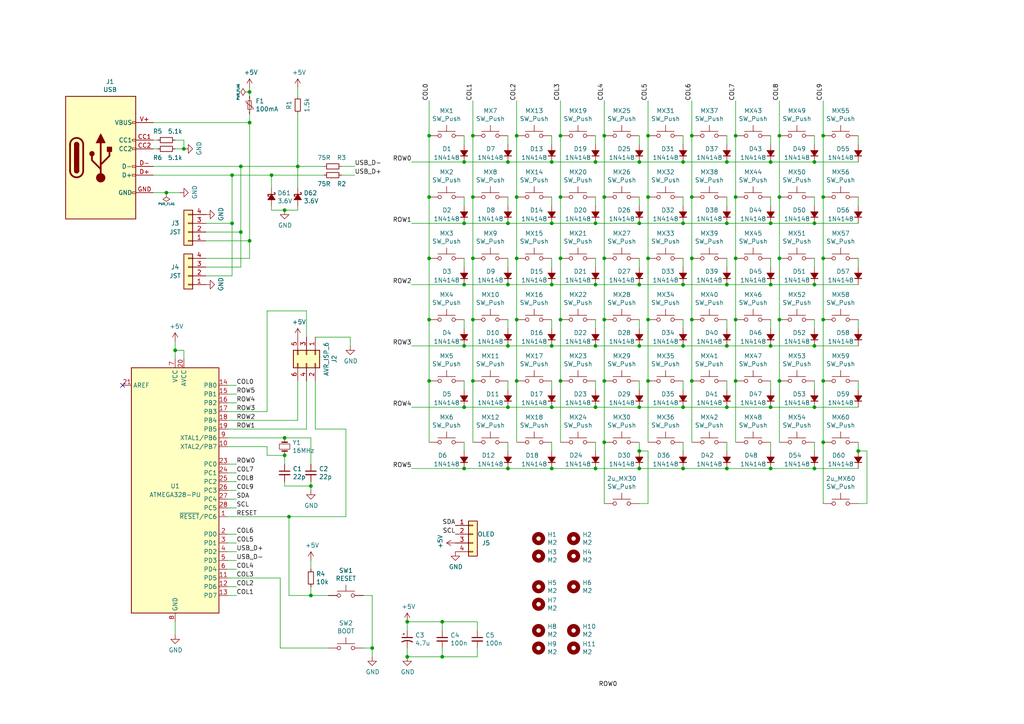
<source format=kicad_sch>
(kicad_sch (version 20211123) (generator eeschema)
  (paper "A4")
  (title_block (title "Lumberjack PCB") (date "2022-02-25") (rev "1.6"))
  (junction (at 185.42 100.33))
  (junction (at 187.96 110.49))
  (junction (at 236.22 135.89))
  (junction (at 185.42 82.55))
  (junction (at 160.02 64.77))
  (junction (at 83.82 149.86))
  (junction (at 213.36 92.71))
  (junction (at 128.27 180.34))
  (junction (at 236.22 118.11))
  (junction (at 147.32 100.33))
  (junction (at 198.12 135.89))
  (junction (at 147.32 82.55))
  (junction (at 210.82 64.77))
  (junction (at 124.46 57.15))
  (junction (at 172.72 46.99))
  (junction (at 134.62 46.99))
  (junction (at 69.85 67.31))
  (junction (at 107.95 187.96))
  (junction (at 53.34 43.18))
  (junction (at 90.17 140.97))
  (junction (at 134.62 135.89))
  (junction (at 149.86 92.71))
  (junction (at 185.42 118.11))
  (junction (at 160.02 46.99))
  (junction (at 226.06 110.49))
  (junction (at 223.52 118.11))
  (junction (at 236.22 64.77))
  (junction (at 210.82 118.11))
  (junction (at 175.26 39.37))
  (junction (at 223.52 135.89))
  (junction (at 124.46 39.37))
  (junction (at 69.85 48.26))
  (junction (at 172.72 100.33))
  (junction (at 200.66 39.37))
  (junction (at 137.16 92.71))
  (junction (at 248.92 130.81))
  (junction (at 82.55 127))
  (junction (at 175.26 57.15))
  (junction (at 137.16 57.15))
  (junction (at 149.86 110.49))
  (junction (at 162.56 74.93))
  (junction (at 124.46 92.71))
  (junction (at 175.26 74.93))
  (junction (at 238.76 128.27))
  (junction (at 175.26 92.71))
  (junction (at 185.42 130.81))
  (junction (at 198.12 46.99))
  (junction (at 200.66 57.15))
  (junction (at 226.06 39.37))
  (junction (at 238.76 92.71))
  (junction (at 185.42 64.77))
  (junction (at 162.56 57.15))
  (junction (at 238.76 110.49))
  (junction (at 118.11 180.34))
  (junction (at 236.22 100.33))
  (junction (at 147.32 118.11))
  (junction (at 236.22 82.55))
  (junction (at 236.22 46.99))
  (junction (at 172.72 82.55))
  (junction (at 223.52 64.77))
  (junction (at 187.96 57.15))
  (junction (at 172.72 64.77))
  (junction (at 238.76 57.15))
  (junction (at 160.02 82.55))
  (junction (at 160.02 135.89))
  (junction (at 124.46 110.49))
  (junction (at 238.76 74.93))
  (junction (at 223.52 100.33))
  (junction (at 162.56 110.49))
  (junction (at 162.56 39.37))
  (junction (at 226.06 74.93))
  (junction (at 200.66 110.49))
  (junction (at 160.02 100.33))
  (junction (at 90.17 172.72))
  (junction (at 210.82 135.89))
  (junction (at 213.36 57.15))
  (junction (at 198.12 82.55))
  (junction (at 226.06 92.71))
  (junction (at 118.11 190.5))
  (junction (at 198.12 64.77))
  (junction (at 187.96 92.71))
  (junction (at 72.39 26.67))
  (junction (at 134.62 118.11))
  (junction (at 124.46 74.93))
  (junction (at 82.55 132.08))
  (junction (at 200.66 74.93))
  (junction (at 172.72 135.89))
  (junction (at 128.27 190.5))
  (junction (at 213.36 39.37))
  (junction (at 137.16 39.37))
  (junction (at 198.12 118.11))
  (junction (at 149.86 57.15))
  (junction (at 48.26 55.88))
  (junction (at 172.72 118.11))
  (junction (at 50.8 101.6))
  (junction (at 198.12 100.33))
  (junction (at 147.32 64.77))
  (junction (at 134.62 100.33))
  (junction (at 185.42 46.99))
  (junction (at 67.31 50.8))
  (junction (at 137.16 74.93))
  (junction (at 149.86 74.93))
  (junction (at 72.39 35.56))
  (junction (at 134.62 82.55))
  (junction (at 187.96 39.37))
  (junction (at 134.62 64.77))
  (junction (at 210.82 82.55))
  (junction (at 185.42 135.89))
  (junction (at 213.36 74.93))
  (junction (at 210.82 100.33))
  (junction (at 162.56 92.71))
  (junction (at 67.31 64.77))
  (junction (at 175.26 110.49))
  (junction (at 175.26 128.27))
  (junction (at 210.82 46.99))
  (junction (at 226.06 57.15))
  (junction (at 213.36 110.49))
  (junction (at 160.02 118.11))
  (junction (at 147.32 135.89))
  (junction (at 147.32 46.99))
  (junction (at 72.39 69.85))
  (junction (at 223.52 82.55))
  (junction (at 149.86 39.37))
  (junction (at 82.55 60.96))
  (junction (at 238.76 39.37))
  (junction (at 187.96 74.93))
  (junction (at 86.36 48.26))
  (junction (at 78.74 50.8))
  (junction (at 137.16 110.49))
  (junction (at 200.66 92.71))
  (junction (at 223.52 46.99))
  (no_connect (at 35.56 111.76))
  (wire (pts (xy 147.32 74.93) (xy 147.32 77.47)))
  (wire (pts (xy 81.28 187.96) (xy 95.25 187.96)))
  (wire (pts (xy 91.44 110.49) (xy 91.44 124.46)))
  (wire (pts (xy 119.38 64.77) (xy 134.62 64.77)))
  (wire (pts (xy 226.06 110.49) (xy 226.06 128.27)))
  (wire (pts (xy 72.39 33.02) (xy 72.39 35.56)))
  (wire (pts (xy 138.43 180.34) (xy 138.43 182.88)))
  (wire (pts (xy 137.16 74.93) (xy 137.16 57.15)))
  (wire (pts (xy 226.06 29.21) (xy 226.06 39.37)))
  (wire (pts (xy 137.16 39.37) (xy 137.16 29.21)))
  (wire (pts (xy 138.43 190.5) (xy 128.27 190.5)))
  (wire (pts (xy 251.46 130.81) (xy 248.92 130.81)))
  (wire (pts (xy 99.06 48.26) (xy 102.87 48.26)))
  (wire (pts (xy 162.56 74.93) (xy 162.56 92.71)))
  (wire (pts (xy 160.02 118.11) (xy 172.72 118.11)))
  (wire (pts (xy 238.76 57.15) (xy 238.76 74.93)))
  (wire (pts (xy 147.32 128.27) (xy 147.32 130.81)))
  (wire (pts (xy 124.46 74.93) (xy 124.46 57.15)))
  (wire (pts (xy 210.82 39.37) (xy 210.82 41.91)))
  (wire (pts (xy 175.26 57.15) (xy 175.26 39.37)))
  (wire (pts (xy 100.33 124.46) (xy 100.33 149.86)))
  (wire (pts (xy 72.39 26.67) (xy 72.39 27.94)))
  (wire (pts (xy 210.82 110.49) (xy 210.82 113.03)))
  (wire (pts (xy 44.45 55.88) (xy 48.26 55.88)))
  (wire (pts (xy 162.56 92.71) (xy 162.56 110.49)))
  (wire (pts (xy 210.82 46.99) (xy 223.52 46.99)))
  (wire (pts (xy 105.41 172.72) (xy 107.95 172.72)))
  (wire (pts (xy 160.02 100.33) (xy 172.72 100.33)))
  (wire (pts (xy 134.62 110.49) (xy 134.62 113.03)))
  (wire (pts (xy 107.95 187.96) (xy 107.95 190.5)))
  (wire (pts (xy 134.62 118.11) (xy 147.32 118.11)))
  (wire (pts (xy 69.85 67.31) (xy 69.85 77.47)))
  (wire (pts (xy 236.22 135.89) (xy 248.92 135.89)))
  (wire (pts (xy 210.82 74.93) (xy 210.82 77.47)))
  (wire (pts (xy 105.41 187.96) (xy 107.95 187.96)))
  (wire (pts (xy 248.92 74.93) (xy 248.92 77.47)))
  (wire (pts (xy 238.76 74.93) (xy 238.76 92.71)))
  (wire (pts (xy 90.17 165.1) (xy 90.17 162.56)))
  (wire (pts (xy 172.72 110.49) (xy 172.72 113.03)))
  (wire (pts (xy 44.45 40.64) (xy 45.72 40.64)))
  (wire (pts (xy 187.96 92.71) (xy 187.96 110.49)))
  (wire (pts (xy 160.02 46.99) (xy 172.72 46.99)))
  (wire (pts (xy 226.06 39.37) (xy 226.06 57.15)))
  (wire (pts (xy 236.22 128.27) (xy 236.22 130.81)))
  (wire (pts (xy 134.62 46.99) (xy 147.32 46.99)))
  (wire (pts (xy 185.42 92.71) (xy 185.42 95.25)))
  (wire (pts (xy 236.22 100.33) (xy 248.92 100.33)))
  (wire (pts (xy 124.46 92.71) (xy 124.46 110.49)))
  (wire (pts (xy 160.02 74.93) (xy 160.02 77.47)))
  (wire (pts (xy 124.46 74.93) (xy 124.46 92.71)))
  (wire (pts (xy 223.52 92.71) (xy 223.52 95.25)))
  (wire (pts (xy 118.11 180.34) (xy 118.11 182.88)))
  (wire (pts (xy 223.52 100.33) (xy 236.22 100.33)))
  (wire (pts (xy 175.26 74.93) (xy 175.26 57.15)))
  (wire (pts (xy 66.04 162.56) (xy 68.58 162.56)))
  (wire (pts (xy 91.44 97.79) (xy 101.6 97.79)))
  (wire (pts (xy 160.02 82.55) (xy 172.72 82.55)))
  (wire (pts (xy 72.39 74.93) (xy 59.69 74.93)))
  (wire (pts (xy 198.12 128.27) (xy 198.12 130.81)))
  (wire (pts (xy 187.96 57.15) (xy 187.96 39.37)))
  (wire (pts (xy 137.16 110.49) (xy 137.16 128.27)))
  (wire (pts (xy 185.42 100.33) (xy 198.12 100.33)))
  (wire (pts (xy 66.04 149.86) (xy 83.82 149.86)))
  (wire (pts (xy 137.16 74.93) (xy 137.16 92.71)))
  (wire (pts (xy 119.38 135.89) (xy 134.62 135.89)))
  (wire (pts (xy 198.12 100.33) (xy 210.82 100.33)))
  (wire (pts (xy 50.8 40.64) (xy 53.34 40.64)))
  (wire (pts (xy 213.36 39.37) (xy 213.36 57.15)))
  (wire (pts (xy 198.12 118.11) (xy 210.82 118.11)))
  (wire (pts (xy 162.56 110.49) (xy 162.56 128.27)))
  (wire (pts (xy 185.42 39.37) (xy 185.42 41.91)))
  (wire (pts (xy 138.43 187.96) (xy 138.43 190.5)))
  (wire (pts (xy 81.28 167.64) (xy 81.28 187.96)))
  (wire (pts (xy 223.52 128.27) (xy 223.52 130.81)))
  (wire (pts (xy 248.92 92.71) (xy 248.92 95.25)))
  (wire (pts (xy 72.39 69.85) (xy 59.69 69.85)))
  (wire (pts (xy 248.92 110.49) (xy 248.92 113.03)))
  (wire (pts (xy 83.82 172.72) (xy 90.17 172.72)))
  (wire (pts (xy 44.45 50.8) (xy 67.31 50.8)))
  (wire (pts (xy 66.04 114.3) (xy 68.58 114.3)))
  (wire (pts (xy 69.85 48.26) (xy 86.36 48.26)))
  (wire (pts (xy 100.33 149.86) (xy 83.82 149.86)))
  (wire (pts (xy 172.72 92.71) (xy 172.72 95.25)))
  (wire (pts (xy 66.04 157.48) (xy 68.58 157.48)))
  (wire (pts (xy 236.22 57.15) (xy 236.22 59.69)))
  (wire (pts (xy 86.36 60.96) (xy 86.36 59.69)))
  (wire (pts (xy 210.82 64.77) (xy 223.52 64.77)))
  (wire (pts (xy 107.95 172.72) (xy 107.95 187.96)))
  (wire (pts (xy 128.27 187.96) (xy 128.27 190.5)))
  (wire (pts (xy 236.22 39.37) (xy 236.22 41.91)))
  (wire (pts (xy 72.39 69.85) (xy 72.39 74.93)))
  (wire (pts (xy 223.52 74.93) (xy 223.52 77.47)))
  (wire (pts (xy 236.22 82.55) (xy 248.92 82.55)))
  (wire (pts (xy 198.12 82.55) (xy 210.82 82.55)))
  (wire (pts (xy 66.04 172.72) (xy 68.58 172.72)))
  (wire (pts (xy 200.66 57.15) (xy 200.66 39.37)))
  (wire (pts (xy 187.96 130.81) (xy 185.42 130.81)))
  (wire (pts (xy 210.82 82.55) (xy 223.52 82.55)))
  (wire (pts (xy 172.72 82.55) (xy 185.42 82.55)))
  (wire (pts (xy 172.72 46.99) (xy 185.42 46.99)))
  (wire (pts (xy 210.82 92.71) (xy 210.82 95.25)))
  (wire (pts (xy 210.82 135.89) (xy 223.52 135.89)))
  (wire (pts (xy 50.8 184.15) (xy 50.8 180.34)))
  (wire (pts (xy 172.72 39.37) (xy 172.72 41.91)))
  (wire (pts (xy 67.31 64.77) (xy 67.31 80.01)))
  (wire (pts (xy 149.86 110.49) (xy 149.86 128.27)))
  (wire (pts (xy 119.38 46.99) (xy 134.62 46.99)))
  (wire (pts (xy 69.85 67.31) (xy 59.69 67.31)))
  (wire (pts (xy 198.12 39.37) (xy 198.12 41.91)))
  (wire (pts (xy 68.58 134.62) (xy 66.04 134.62)))
  (wire (pts (xy 160.02 64.77) (xy 172.72 64.77)))
  (wire (pts (xy 124.46 39.37) (xy 124.46 29.21)))
  (wire (pts (xy 210.82 118.11) (xy 223.52 118.11)))
  (wire (pts (xy 236.22 110.49) (xy 236.22 113.03)))
  (wire (pts (xy 236.22 74.93) (xy 236.22 77.47)))
  (wire (pts (xy 185.42 74.93) (xy 185.42 77.47)))
  (wire (pts (xy 119.38 100.33) (xy 134.62 100.33)))
  (wire (pts (xy 185.42 146.05) (xy 187.96 146.05)))
  (wire (pts (xy 82.55 127) (xy 90.17 127)))
  (wire (pts (xy 53.34 101.6) (xy 53.34 104.14)))
  (wire (pts (xy 86.36 48.26) (xy 86.36 54.61)))
  (wire (pts (xy 53.34 43.18) (xy 50.8 43.18)))
  (wire (pts (xy 78.74 59.69) (xy 78.74 60.96)))
  (wire (pts (xy 185.42 128.27) (xy 185.42 130.81)))
  (wire (pts (xy 147.32 46.99) (xy 160.02 46.99)))
  (wire (pts (xy 77.47 129.54) (xy 77.47 132.08)))
  (wire (pts (xy 66.04 139.7) (xy 68.58 139.7)))
  (wire (pts (xy 223.52 57.15) (xy 223.52 59.69)))
  (wire (pts (xy 251.46 146.05) (xy 251.46 130.81)))
  (wire (pts (xy 66.04 160.02) (xy 68.58 160.02)))
  (wire (pts (xy 66.04 137.16) (xy 68.58 137.16)))
  (wire (pts (xy 147.32 118.11) (xy 160.02 118.11)))
  (wire (pts (xy 223.52 39.37) (xy 223.52 41.91)))
  (wire (pts (xy 185.42 46.99) (xy 198.12 46.99)))
  (wire (pts (xy 160.02 57.15) (xy 160.02 59.69)))
  (wire (pts (xy 213.36 110.49) (xy 213.36 128.27)))
  (wire (pts (xy 175.26 110.49) (xy 175.26 128.27)))
  (wire (pts (xy 78.74 50.8) (xy 78.74 54.61)))
  (wire (pts (xy 149.86 74.93) (xy 149.86 57.15)))
  (wire (pts (xy 172.72 135.89) (xy 185.42 135.89)))
  (wire (pts (xy 134.62 100.33) (xy 147.32 100.33)))
  (wire (pts (xy 238.76 92.71) (xy 238.76 110.49)))
  (wire (pts (xy 128.27 180.34) (xy 138.43 180.34)))
  (wire (pts (xy 198.12 57.15) (xy 198.12 59.69)))
  (wire (pts (xy 213.36 92.71) (xy 213.36 110.49)))
  (wire (pts (xy 223.52 118.11) (xy 236.22 118.11)))
  (wire (pts (xy 88.9 110.49) (xy 88.9 124.46)))
  (wire (pts (xy 134.62 64.77) (xy 147.32 64.77)))
  (wire (pts (xy 67.31 50.8) (xy 78.74 50.8)))
  (wire (pts (xy 66.04 116.84) (xy 68.58 116.84)))
  (wire (pts (xy 147.32 64.77) (xy 160.02 64.77)))
  (wire (pts (xy 187.96 110.49) (xy 187.96 128.27)))
  (wire (pts (xy 119.38 82.55) (xy 134.62 82.55)))
  (wire (pts (xy 69.85 48.26) (xy 69.85 67.31)))
  (wire (pts (xy 160.02 110.49) (xy 160.02 113.03)))
  (wire (pts (xy 160.02 39.37) (xy 160.02 41.91)))
  (wire (pts (xy 66.04 165.1) (xy 68.58 165.1)))
  (wire (pts (xy 185.42 110.49) (xy 185.42 113.03)))
  (wire (pts (xy 172.72 128.27) (xy 172.72 130.81)))
  (wire (pts (xy 198.12 74.93) (xy 198.12 77.47)))
  (wire (pts (xy 90.17 140.97) (xy 90.17 139.7)))
  (wire (pts (xy 198.12 46.99) (xy 210.82 46.99)))
  (wire (pts (xy 147.32 100.33) (xy 160.02 100.33)))
  (wire (pts (xy 118.11 180.34) (xy 128.27 180.34)))
  (wire (pts (xy 53.34 101.6) (xy 50.8 101.6)))
  (wire (pts (xy 198.12 92.71) (xy 198.12 95.25)))
  (wire (pts (xy 200.66 92.71) (xy 200.66 110.49)))
  (wire (pts (xy 72.39 35.56) (xy 72.39 69.85)))
  (wire (pts (xy 66.04 127) (xy 82.55 127)))
  (wire (pts (xy 82.55 60.96) (xy 86.36 60.96)))
  (wire (pts (xy 147.32 110.49) (xy 147.32 113.03)))
  (wire (pts (xy 90.17 170.18) (xy 90.17 172.72)))
  (wire (pts (xy 82.55 140.97) (xy 90.17 140.97)))
  (wire (pts (xy 67.31 80.01) (xy 59.69 80.01)))
  (wire (pts (xy 50.8 104.14) (xy 50.8 101.6)))
  (wire (pts (xy 162.56 57.15) (xy 162.56 39.37)))
  (wire (pts (xy 198.12 135.89) (xy 210.82 135.89)))
  (wire (pts (xy 223.52 110.49) (xy 223.52 113.03)))
  (wire (pts (xy 213.36 74.93) (xy 213.36 57.15)))
  (wire (pts (xy 66.04 124.46) (xy 88.9 124.46)))
  (wire (pts (xy 200.66 29.21) (xy 200.66 39.37)))
  (wire (pts (xy 172.72 57.15) (xy 172.72 59.69)))
  (wire (pts (xy 48.26 55.88) (xy 52.07 55.88)))
  (wire (pts (xy 226.06 92.71) (xy 226.06 110.49)))
  (wire (pts (xy 77.47 90.17) (xy 88.9 90.17)))
  (wire (pts (xy 160.02 128.27) (xy 160.02 130.81)))
  (wire (pts (xy 78.74 50.8) (xy 93.98 50.8)))
  (wire (pts (xy 67.31 64.77) (xy 59.69 64.77)))
  (wire (pts (xy 149.86 39.37) (xy 149.86 29.21)))
  (wire (pts (xy 160.02 92.71) (xy 160.02 95.25)))
  (wire (pts (xy 238.76 128.27) (xy 238.76 146.05)))
  (wire (pts (xy 67.31 50.8) (xy 67.31 64.77)))
  (wire (pts (xy 128.27 180.34) (xy 128.27 182.88)))
  (wire (pts (xy 213.36 74.93) (xy 213.36 92.71)))
  (wire (pts (xy 134.62 39.37) (xy 134.62 41.91)))
  (wire (pts (xy 175.26 74.93) (xy 175.26 92.71)))
  (wire (pts (xy 147.32 92.71) (xy 147.32 95.25)))
  (wire (pts (xy 236.22 46.99) (xy 248.92 46.99)))
  (wire (pts (xy 223.52 64.77) (xy 236.22 64.77)))
  (wire (pts (xy 236.22 92.71) (xy 236.22 95.25)))
  (wire (pts (xy 86.36 48.26) (xy 93.98 48.26)))
  (wire (pts (xy 137.16 57.15) (xy 137.16 39.37)))
  (wire (pts (xy 68.58 154.94) (xy 66.04 154.94)))
  (wire (pts (xy 160.02 135.89) (xy 172.72 135.89)))
  (wire (pts (xy 175.26 128.27) (xy 175.26 146.05)))
  (wire (pts (xy 82.55 139.7) (xy 82.55 140.97)))
  (wire (pts (xy 238.76 39.37) (xy 238.76 57.15)))
  (wire (pts (xy 86.36 33.02) (xy 86.36 48.26)))
  (wire (pts (xy 69.85 77.47) (xy 59.69 77.47)))
  (wire (pts (xy 90.17 127) (xy 90.17 134.62)))
  (wire (pts (xy 124.46 57.15) (xy 124.46 39.37)))
  (wire (pts (xy 200.66 74.93) (xy 200.66 57.15)))
  (wire (pts (xy 86.36 110.49) (xy 86.36 121.92)))
  (wire (pts (xy 44.45 48.26) (xy 69.85 48.26)))
  (wire (pts (xy 223.52 135.89) (xy 236.22 135.89)))
  (wire (pts (xy 248.92 57.15) (xy 248.92 59.69)))
  (wire (pts (xy 187.96 74.93) (xy 187.96 57.15)))
  (wire (pts (xy 134.62 57.15) (xy 134.62 59.69)))
  (wire (pts (xy 198.12 64.77) (xy 210.82 64.77)))
  (wire (pts (xy 82.55 132.08) (xy 77.47 132.08)))
  (wire (pts (xy 200.66 110.49) (xy 200.66 128.27)))
  (wire (pts (xy 147.32 39.37) (xy 147.32 41.91)))
  (wire (pts (xy 200.66 74.93) (xy 200.66 92.71)))
  (wire (pts (xy 86.36 27.94) (xy 86.36 25.4)))
  (wire (pts (xy 210.82 57.15) (xy 210.82 59.69)))
  (wire (pts (xy 172.72 74.93) (xy 172.72 77.47)))
  (wire (pts (xy 77.47 129.54) (xy 66.04 129.54)))
  (wire (pts (xy 44.45 43.18) (xy 45.72 43.18)))
  (wire (pts (xy 248.92 39.37) (xy 248.92 41.91)))
  (wire (pts (xy 88.9 90.17) (xy 88.9 97.79)))
  (wire (pts (xy 44.45 35.56) (xy 72.39 35.56)))
  (wire (pts (xy 147.32 135.89) (xy 160.02 135.89)))
  (wire (pts (xy 213.36 29.21) (xy 213.36 39.37)))
  (wire (pts (xy 101.6 97.79) (xy 101.6 100.33)))
  (wire (pts (xy 66.04 170.18) (xy 68.58 170.18)))
  (wire (pts (xy 236.22 64.77) (xy 248.92 64.77)))
  (wire (pts (xy 223.52 46.99) (xy 236.22 46.99)))
  (wire (pts (xy 66.04 142.24) (xy 68.58 142.24)))
  (wire (pts (xy 72.39 25.4) (xy 72.39 26.67)))
  (wire (pts (xy 175.26 39.37) (xy 175.26 29.21)))
  (wire (pts (xy 149.86 92.71) (xy 149.86 110.49)))
  (wire (pts (xy 90.17 142.24) (xy 90.17 140.97)))
  (wire (pts (xy 82.55 132.08) (xy 82.55 134.62)))
  (wire (pts (xy 147.32 57.15) (xy 147.32 59.69)))
  (wire (pts (xy 99.06 50.8) (xy 102.87 50.8)))
  (wire (pts (xy 78.74 60.96) (xy 82.55 60.96)))
  (wire (pts (xy 223.52 82.55) (xy 236.22 82.55)))
  (wire (pts (xy 66.04 121.92) (xy 86.36 121.92)))
  (wire (pts (xy 91.44 124.46) (xy 100.33 124.46)))
  (wire (pts (xy 53.34 40.64) (xy 53.34 43.18)))
  (wire (pts (xy 187.96 39.37) (xy 187.96 29.21)))
  (wire (pts (xy 172.72 64.77) (xy 185.42 64.77)))
  (wire (pts (xy 137.16 92.71) (xy 137.16 110.49)))
  (wire (pts (xy 66.04 119.38) (xy 77.47 119.38)))
  (wire (pts (xy 238.76 110.49) (xy 238.76 128.27)))
  (wire (pts (xy 172.72 118.11) (xy 185.42 118.11)))
  (wire (pts (xy 210.82 100.33) (xy 223.52 100.33)))
  (wire (pts (xy 66.04 111.76) (xy 68.58 111.76)))
  (wire (pts (xy 226.06 57.15) (xy 226.06 74.93)))
  (wire (pts (xy 124.46 110.49) (xy 124.46 128.27)))
  (wire (pts (xy 66.04 167.64) (xy 81.28 167.64)))
  (wire (pts (xy 66.04 144.78) (xy 68.58 144.78)))
  (wire (pts (xy 248.92 128.27) (xy 248.92 130.81)))
  (wire (pts (xy 162.56 74.93) (xy 162.56 57.15)))
  (wire (pts (xy 118.11 187.96) (xy 118.11 190.5)))
  (wire (pts (xy 175.26 92.71) (xy 175.26 110.49)))
  (wire (pts (xy 162.56 39.37) (xy 162.56 29.21)))
  (wire (pts (xy 147.32 82.55) (xy 160.02 82.55)))
  (wire (pts (xy 50.8 101.6) (xy 50.8 99.06)))
  (wire (pts (xy 185.42 135.89) (xy 198.12 135.89)))
  (wire (pts (xy 77.47 119.38) (xy 77.47 90.17)))
  (wire (pts (xy 149.86 57.15) (xy 149.86 39.37)))
  (wire (pts (xy 134.62 128.27) (xy 134.62 130.81)))
  (wire (pts (xy 134.62 92.71) (xy 134.62 95.25)))
  (wire (pts (xy 134.62 82.55) (xy 147.32 82.55)))
  (wire (pts (xy 210.82 128.27) (xy 210.82 130.81)))
  (wire (pts (xy 187.96 146.05) (xy 187.96 130.81)))
  (wire (pts (xy 248.92 146.05) (xy 251.46 146.05)))
  (wire (pts (xy 185.42 57.15) (xy 185.42 59.69)))
  (wire (pts (xy 128.27 190.5) (xy 118.11 190.5)))
  (wire (pts (xy 226.06 74.93) (xy 226.06 92.71)))
  (wire (pts (xy 187.96 74.93) (xy 187.96 92.71)))
  (wire (pts (xy 185.42 82.55) (xy 198.12 82.55)))
  (wire (pts (xy 90.17 172.72) (xy 95.25 172.72)))
  (wire (pts (xy 238.76 29.21) (xy 238.76 39.37)))
  (wire (pts (xy 172.72 100.33) (xy 185.42 100.33)))
  (wire (pts (xy 185.42 64.77) (xy 198.12 64.77)))
  (wire (pts (xy 134.62 74.93) (xy 134.62 77.47)))
  (wire (pts (xy 185.42 118.11) (xy 198.12 118.11)))
  (wire (pts (xy 83.82 149.86) (xy 83.82 172.72)))
  (wire (pts (xy 66.04 147.32) (xy 68.58 147.32)))
  (wire (pts (xy 198.12 110.49) (xy 198.12 113.03)))
  (wire (pts (xy 134.62 135.89) (xy 147.32 135.89)))
  (wire (pts (xy 236.22 118.11) (xy 248.92 118.11)))
  (wire (pts (xy 149.86 74.93) (xy 149.86 92.71)))
  (wire (pts (xy 119.38 118.11) (xy 134.62 118.11)))
  (label "USB_D+" (at 68.58 160.02 0))
  (label "USB_D+" (at 102.87 50.8 0))
  (label "SCL" (at 132.08 154.94 180))
  (label "COL4" (at 175.26 29.21 90))
  (label "COL5" (at 187.96 29.21 90))
  (label "USB_D-" (at 68.58 162.56 0))
  (label "COL5" (at 68.58 157.48 0))
  (label "COL1" (at 137.16 29.21 90))
  (label "ROW2" (at 68.58 121.92 0))
  (label "SDA" (at 132.08 152.4 180))
  (label "COL7" (at 213.36 29.21 90))
  (label "ROW3" (at 119.38 100.33 180))
  (label "ROW5" (at 68.58 114.3 0))
  (label "COL9" (at 68.58 142.24 0))
  (label "COL2" (at 149.86 29.21 90))
  (label "COL1" (at 68.58 172.72 0))
  (label "COL8" (at 68.58 139.7 0))
  (label "ROW0" (at 68.58 134.62 0))
  (label "COL4" (at 68.58 165.1 0))
  (label "COL6" (at 68.58 154.94 0))
  (label "ROW1" (at 119.38 64.77 180))
  (label "RESET" (at 68.58 149.86 0))
  (label "COL2" (at 68.58 170.18 0))
  (label "SDA" (at 68.58 144.78 0))
  (label "ROW0" (at 119.38 46.99 180))
  (label "COL8" (at 226.06 29.21 90))
  (label "ROW4" (at 119.38 118.11 180))
  (label "ROW5" (at 119.38 135.89 180))
  (label "ROW3" (at 68.58 119.38 0))
  (label "COL0" (at 124.46 29.21 90))
  (label "COL6" (at 200.66 29.21 90))
  (label "COL3" (at 162.56 29.21 90))
  (label "ROW2" (at 119.38 82.55 180))
  (label "COL9" (at 238.76 29.21 90))
  (label "ROW1" (at 68.58 124.46 0))
  (label "ROW0" (at 179.07 199.39 180))
  (label "SCL" (at 68.58 147.32 0))
  (label "COL7" (at 68.58 137.16 0))
  (label "COL0" (at 68.58 111.76 0))
  (label "USB_D-" (at 102.87 48.26 0))
  (label "COL3" (at 68.58 167.64 0))
  (label "ROW4" (at 68.58 116.84 0))
  (symbol (lib_id "Switch:SW_Push") (at 129.54 39.37 0) (mirror y) (unit 1)
    (property "Reference" "MX1" (at 129.54 32.131 0))
    (property "Value" "SW_Push" (at 129.54 34.4424 0))
    (property "Footprint" "lumberjack:MX" (effects hide))
  )
  (symbol (lib_id "lumberjack-rescue:D_Small_ALT-Device") (at 134.62 44.45 270) (mirror x) (unit 1)
    (property "Reference" "D1" (at 128.27 43.18 90) (effects (justify left)))
    (property "Value" "1N4148" (at 125.73 45.72 90) (effects (justify left)))
    (property "Footprint" "Diode_THT:D_DO-35_SOD27_P7.62mm_Horizontal" (effects hide))
  )
  (symbol (lib_id "Switch:SW_Push") (at 129.54 57.15 0) (mirror y) (unit 1)
    (property "Reference" "MX2" (at 129.54 49.911 0))
    (property "Value" "SW_Push" (at 129.54 52.2224 0))
    (property "Footprint" "lumberjack:MX" (effects hide))
  )
  (symbol (lib_id "lumberjack-rescue:D_Small_ALT-Device") (at 134.62 62.23 270) (mirror x) (unit 1)
    (property "Reference" "D2" (at 128.27 60.96 90) (effects (justify left)))
    (property "Value" "1N4148" (at 125.73 63.5 90) (effects (justify left)))
    (property "Footprint" "Diode_THT:D_DO-35_SOD27_P7.62mm_Horizontal" (effects hide))
  )
  (symbol (lib_id "Switch:SW_Push") (at 129.54 74.93 0) (mirror y) (unit 1)
    (property "Reference" "MX3" (at 129.54 67.691 0))
    (property "Value" "SW_Push" (at 129.54 70.0024 0))
    (property "Footprint" "lumberjack:MX" (effects hide))
  )
  (symbol (lib_id "lumberjack-rescue:D_Small_ALT-Device") (at 134.62 80.01 270) (mirror x) (unit 1)
    (property "Reference" "D3" (at 128.27 78.74 90) (effects (justify left)))
    (property "Value" "1N4148" (at 125.73 81.28 90) (effects (justify left)))
    (property "Footprint" "Diode_THT:D_DO-35_SOD27_P7.62mm_Horizontal" (effects hide))
  )
  (symbol (lib_id "Switch:SW_Push") (at 129.54 92.71 0) (mirror y) (unit 1)
    (property "Reference" "MX4" (at 129.54 85.471 0))
    (property "Value" "SW_Push" (at 129.54 87.7824 0))
    (property "Footprint" "lumberjack:MX" (effects hide))
  )
  (symbol (lib_id "lumberjack-rescue:D_Small_ALT-Device") (at 134.62 97.79 270) (mirror x) (unit 1)
    (property "Reference" "D4" (at 128.27 96.52 90) (effects (justify left)))
    (property "Value" "1N4148" (at 125.73 99.06 90) (effects (justify left)))
    (property "Footprint" "Diode_THT:D_DO-35_SOD27_P7.62mm_Horizontal" (effects hide))
  )
  (symbol (lib_id "power:PWR_FLAG") (at 72.39 26.67 90) (unit 1)
    (property "Reference" "#FLG03" (effects hide))
    (property "Value" "PWR_FLAG" (at 69.1134 26.67 0) (effects (font (size 0.635 0.635))))
  )
  (symbol (lib_id "power:PWR_FLAG") (at 48.26 55.88 180) (unit 1)
    (property "Reference" "#FLG02" (effects hide))
    (property "Value" "PWR_FLAG" (at 48.26 59.1566 0) (effects (font (size 0.635 0.635))))
  )
  (symbol (lib_id "Mechanical:MountingHole") (at 156.21 156.21 0) (unit 1)
    (property "Reference" "H1" (at 158.75 155.0416 0) (effects (justify left)))
    (property "Value" "M2" (at 158.75 157.353 0) (effects (justify left)))
    (property "Footprint" "lumberjack:MountingHole_M2" (effects hide))
  )
  (symbol (lib_id "Mechanical:MountingHole") (at 166.37 156.21 0) (unit 1)
    (property "Reference" "H2" (at 168.91 155.0416 0) (effects (justify left)))
    (property "Value" "M2" (at 168.91 157.353 0) (effects (justify left)))
    (property "Footprint" "lumberjack:MountingHole_M2" (effects hide))
  )
  (symbol (lib_id "Mechanical:MountingHole") (at 156.21 161.29 0) (unit 1)
    (property "Reference" "H3" (at 158.75 160.1216 0) (effects (justify left)))
    (property "Value" "M2" (at 158.75 162.433 0) (effects (justify left)))
    (property "Footprint" "lumberjack:MountingHole_M2" (effects hide))
  )
  (symbol (lib_id "Mechanical:MountingHole") (at 166.37 161.29 0) (unit 1)
    (property "Reference" "H4" (at 168.91 160.1216 0) (effects (justify left)))
    (property "Value" "M2" (at 168.91 162.433 0) (effects (justify left)))
    (property "Footprint" "lumberjack:MountingHole_M2" (effects hide))
  )
  (symbol (lib_id "power:+5V") (at 118.11 180.34 0) (unit 1)
    (property "Reference" "#PWR02" (effects hide))
    (property "Value" "+5V" (at 118.491 175.9458 0))
  )
  (symbol (lib_id "Switch:SW_Push") (at 142.24 39.37 0) (mirror y) (unit 1)
    (property "Reference" "MX7" (at 142.24 32.131 0))
    (property "Value" "SW_Push" (at 142.24 34.4424 0))
    (property "Footprint" "lumberjack:MX" (effects hide))
  )
  (symbol (lib_id "lumberjack-rescue:D_Small_ALT-Device") (at 147.32 44.45 270) (mirror x) (unit 1)
    (property "Reference" "D7" (at 140.97 43.18 90) (effects (justify left)))
    (property "Value" "1N4148" (at 138.43 45.72 90) (effects (justify left)))
    (property "Footprint" "Diode_THT:D_DO-35_SOD27_P7.62mm_Horizontal" (effects hide))
  )
  (symbol (lib_id "Switch:SW_Push") (at 142.24 57.15 0) (mirror y) (unit 1)
    (property "Reference" "MX8" (at 142.24 49.911 0))
    (property "Value" "SW_Push" (at 142.24 52.2224 0))
    (property "Footprint" "lumberjack:MX_NTHSTH" (effects hide))
  )
  (symbol (lib_id "lumberjack-rescue:D_Small_ALT-Device") (at 147.32 62.23 270) (mirror x) (unit 1)
    (property "Reference" "D8" (at 140.97 60.96 90) (effects (justify left)))
    (property "Value" "1N4148" (at 138.43 63.5 90) (effects (justify left)))
    (property "Footprint" "Diode_THT:D_DO-35_SOD27_P7.62mm_Horizontal" (effects hide))
  )
  (symbol (lib_id "Switch:SW_Push") (at 142.24 74.93 0) (mirror y) (unit 1)
    (property "Reference" "MX9" (at 142.24 67.691 0))
    (property "Value" "SW_Push" (at 142.24 70.0024 0))
    (property "Footprint" "lumberjack:MX" (effects hide))
  )
  (symbol (lib_id "lumberjack-rescue:D_Small_ALT-Device") (at 147.32 80.01 270) (mirror x) (unit 1)
    (property "Reference" "D9" (at 140.97 78.74 90) (effects (justify left)))
    (property "Value" "1N4148" (at 138.43 81.28 90) (effects (justify left)))
    (property "Footprint" "Diode_THT:D_DO-35_SOD27_P7.62mm_Horizontal" (effects hide))
  )
  (symbol (lib_id "Switch:SW_Push") (at 142.24 92.71 0) (mirror y) (unit 1)
    (property "Reference" "MX10" (at 142.24 85.471 0))
    (property "Value" "SW_Push" (at 142.24 87.7824 0))
    (property "Footprint" "lumberjack:MX" (effects hide))
  )
  (symbol (lib_id "lumberjack-rescue:D_Small_ALT-Device") (at 147.32 97.79 270) (mirror x) (unit 1)
    (property "Reference" "D10" (at 140.97 96.52 90) (effects (justify left)))
    (property "Value" "1N4148" (at 138.43 99.06 90) (effects (justify left)))
    (property "Footprint" "Diode_THT:D_DO-35_SOD27_P7.62mm_Horizontal" (effects hide))
  )
  (symbol (lib_id "Switch:SW_Push") (at 154.94 39.37 0) (mirror y) (unit 1)
    (property "Reference" "MX13" (at 154.94 32.131 0))
    (property "Value" "SW_Push" (at 154.94 34.4424 0))
    (property "Footprint" "lumberjack:MX" (effects hide))
  )
  (symbol (lib_id "lumberjack-rescue:D_Small_ALT-Device") (at 160.02 44.45 270) (mirror x) (unit 1)
    (property "Reference" "D13" (at 153.67 43.18 90) (effects (justify left)))
    (property "Value" "1N4148" (at 151.13 45.72 90) (effects (justify left)))
    (property "Footprint" "Diode_THT:D_DO-35_SOD27_P7.62mm_Horizontal" (effects hide))
  )
  (symbol (lib_id "Switch:SW_Push") (at 154.94 57.15 0) (mirror y) (unit 1)
    (property "Reference" "MX14" (at 154.94 49.911 0))
    (property "Value" "SW_Push" (at 154.94 52.2224 0))
    (property "Footprint" "lumberjack:MX" (effects hide))
  )
  (symbol (lib_id "lumberjack-rescue:D_Small_ALT-Device") (at 160.02 62.23 270) (mirror x) (unit 1)
    (property "Reference" "D14" (at 153.67 60.96 90) (effects (justify left)))
    (property "Value" "1N4148" (at 151.13 63.5 90) (effects (justify left)))
    (property "Footprint" "Diode_THT:D_DO-35_SOD27_P7.62mm_Horizontal" (effects hide))
  )
  (symbol (lib_id "Switch:SW_Push") (at 154.94 74.93 0) (mirror y) (unit 1)
    (property "Reference" "MX15" (at 154.94 67.691 0))
    (property "Value" "SW_Push" (at 154.94 70.0024 0))
    (property "Footprint" "lumberjack:MX" (effects hide))
  )
  (symbol (lib_id "lumberjack-rescue:D_Small_ALT-Device") (at 160.02 80.01 270) (mirror x) (unit 1)
    (property "Reference" "D15" (at 153.67 78.74 90) (effects (justify left)))
    (property "Value" "1N4148" (at 151.13 81.28 90) (effects (justify left)))
    (property "Footprint" "Diode_THT:D_DO-35_SOD27_P7.62mm_Horizontal" (effects hide))
  )
  (symbol (lib_id "Switch:SW_Push") (at 154.94 92.71 0) (mirror y) (unit 1)
    (property "Reference" "MX16" (at 154.94 85.471 0))
    (property "Value" "SW_Push" (at 154.94 87.7824 0))
    (property "Footprint" "lumberjack:MX" (effects hide))
  )
  (symbol (lib_id "lumberjack-rescue:D_Small_ALT-Device") (at 160.02 97.79 270) (mirror x) (unit 1)
    (property "Reference" "D16" (at 153.67 96.52 90) (effects (justify left)))
    (property "Value" "1N4148" (at 151.13 99.06 90) (effects (justify left)))
    (property "Footprint" "Diode_THT:D_DO-35_SOD27_P7.62mm_Horizontal" (effects hide))
  )
  (symbol (lib_id "Switch:SW_Push") (at 167.64 39.37 0) (mirror y) (unit 1)
    (property "Reference" "MX19" (at 167.64 32.131 0))
    (property "Value" "SW_Push" (at 167.64 34.4424 0))
    (property "Footprint" "lumberjack:MX" (effects hide))
  )
  (symbol (lib_id "lumberjack-rescue:D_Small_ALT-Device") (at 172.72 44.45 270) (mirror x) (unit 1)
    (property "Reference" "D19" (at 166.37 43.18 90) (effects (justify left)))
    (property "Value" "1N4148" (at 163.83 45.72 90) (effects (justify left)))
    (property "Footprint" "Diode_THT:D_DO-35_SOD27_P7.62mm_Horizontal" (effects hide))
  )
  (symbol (lib_id "Switch:SW_Push") (at 167.64 57.15 0) (mirror y) (unit 1)
    (property "Reference" "MX20" (at 167.64 49.911 0))
    (property "Value" "SW_Push" (at 167.64 52.2224 0))
    (property "Footprint" "lumberjack:MX" (effects hide))
  )
  (symbol (lib_id "lumberjack-rescue:D_Small_ALT-Device") (at 172.72 62.23 270) (mirror x) (unit 1)
    (property "Reference" "D20" (at 166.37 60.96 90) (effects (justify left)))
    (property "Value" "1N4148" (at 163.83 63.5 90) (effects (justify left)))
    (property "Footprint" "Diode_THT:D_DO-35_SOD27_P7.62mm_Horizontal" (effects hide))
  )
  (symbol (lib_id "Switch:SW_Push") (at 167.64 74.93 0) (mirror y) (unit 1)
    (property "Reference" "MX21" (at 167.64 67.691 0))
    (property "Value" "SW_Push" (at 167.64 70.0024 0))
    (property "Footprint" "lumberjack:MX" (effects hide))
  )
  (symbol (lib_id "lumberjack-rescue:D_Small_ALT-Device") (at 172.72 80.01 270) (mirror x) (unit 1)
    (property "Reference" "D21" (at 166.37 78.74 90) (effects (justify left)))
    (property "Value" "1N4148" (at 163.83 81.28 90) (effects (justify left)))
    (property "Footprint" "Diode_THT:D_DO-35_SOD27_P7.62mm_Horizontal" (effects hide))
  )
  (symbol (lib_id "Switch:SW_Push") (at 167.64 92.71 0) (mirror y) (unit 1)
    (property "Reference" "MX22" (at 167.64 85.471 0))
    (property "Value" "SW_Push" (at 167.64 87.7824 0))
    (property "Footprint" "lumberjack:MX" (effects hide))
  )
  (symbol (lib_id "lumberjack-rescue:D_Small_ALT-Device") (at 172.72 97.79 270) (mirror x) (unit 1)
    (property "Reference" "D22" (at 166.37 96.52 90) (effects (justify left)))
    (property "Value" "1N4148" (at 163.83 99.06 90) (effects (justify left)))
    (property "Footprint" "Diode_THT:D_DO-35_SOD27_P7.62mm_Horizontal" (effects hide))
  )
  (symbol (lib_id "Switch:SW_Push") (at 180.34 39.37 0) (mirror y) (unit 1)
    (property "Reference" "MX25" (at 180.34 32.131 0))
    (property "Value" "SW_Push" (at 180.34 34.4424 0))
    (property "Footprint" "lumberjack:MX" (effects hide))
  )
  (symbol (lib_id "lumberjack-rescue:D_Small_ALT-Device") (at 185.42 44.45 270) (mirror x) (unit 1)
    (property "Reference" "D25" (at 179.07 43.18 90) (effects (justify left)))
    (property "Value" "1N4148" (at 176.53 45.72 90) (effects (justify left)))
    (property "Footprint" "Diode_THT:D_DO-35_SOD27_P7.62mm_Horizontal" (effects hide))
  )
  (symbol (lib_id "Switch:SW_Push") (at 180.34 57.15 0) (mirror y) (unit 1)
    (property "Reference" "MX26" (at 180.34 49.911 0))
    (property "Value" "SW_Push" (at 180.34 52.2224 0))
    (property "Footprint" "lumberjack:MX" (effects hide))
  )
  (symbol (lib_id "lumberjack-rescue:D_Small_ALT-Device") (at 185.42 62.23 270) (mirror x) (unit 1)
    (property "Reference" "D26" (at 179.07 60.96 90) (effects (justify left)))
    (property "Value" "1N4148" (at 176.53 63.5 90) (effects (justify left)))
    (property "Footprint" "Diode_THT:D_DO-35_SOD27_P7.62mm_Horizontal" (effects hide))
  )
  (symbol (lib_id "Switch:SW_Push") (at 180.34 74.93 0) (mirror y) (unit 1)
    (property "Reference" "MX27" (at 180.34 67.691 0))
    (property "Value" "SW_Push" (at 180.34 70.0024 0))
    (property "Footprint" "lumberjack:MX" (effects hide))
  )
  (symbol (lib_id "lumberjack-rescue:D_Small_ALT-Device") (at 185.42 80.01 270) (mirror x) (unit 1)
    (property "Reference" "D27" (at 179.07 78.74 90) (effects (justify left)))
    (property "Value" "1N4148" (at 176.53 81.28 90) (effects (justify left)))
    (property "Footprint" "Diode_THT:D_DO-35_SOD27_P7.62mm_Horizontal" (effects hide))
  )
  (symbol (lib_id "Switch:SW_Push") (at 180.34 92.71 0) (mirror y) (unit 1)
    (property "Reference" "MX28" (at 180.34 85.471 0))
    (property "Value" "SW_Push" (at 180.34 87.7824 0))
    (property "Footprint" "lumberjack:MX" (effects hide))
  )
  (symbol (lib_id "lumberjack-rescue:D_Small_ALT-Device") (at 185.42 97.79 270) (mirror x) (unit 1)
    (property "Reference" "D28" (at 179.07 96.52 90) (effects (justify left)))
    (property "Value" "1N4148" (at 176.53 99.06 90) (effects (justify left)))
    (property "Footprint" "Diode_THT:D_DO-35_SOD27_P7.62mm_Horizontal" (effects hide))
  )
  (symbol (lib_id "Switch:SW_Push") (at 193.04 39.37 0) (mirror y) (unit 1)
    (property "Reference" "MX31" (at 193.04 32.131 0))
    (property "Value" "SW_Push" (at 193.04 34.4424 0))
    (property "Footprint" "lumberjack:MX" (effects hide))
  )
  (symbol (lib_id "lumberjack-rescue:D_Small_ALT-Device") (at 198.12 44.45 270) (mirror x) (unit 1)
    (property "Reference" "D31" (at 191.77 43.18 90) (effects (justify left)))
    (property "Value" "1N4148" (at 189.23 45.72 90) (effects (justify left)))
    (property "Footprint" "Diode_THT:D_DO-35_SOD27_P7.62mm_Horizontal" (effects hide))
  )
  (symbol (lib_id "Switch:SW_Push") (at 193.04 57.15 0) (mirror y) (unit 1)
    (property "Reference" "MX32" (at 193.04 49.911 0))
    (property "Value" "SW_Push" (at 193.04 52.2224 0))
    (property "Footprint" "lumberjack:MX" (effects hide))
  )
  (symbol (lib_id "lumberjack-rescue:D_Small_ALT-Device") (at 198.12 62.23 270) (mirror x) (unit 1)
    (property "Reference" "D32" (at 191.77 60.96 90) (effects (justify left)))
    (property "Value" "1N4148" (at 189.23 63.5 90) (effects (justify left)))
    (property "Footprint" "Diode_THT:D_DO-35_SOD27_P7.62mm_Horizontal" (effects hide))
  )
  (symbol (lib_id "Switch:SW_Push") (at 193.04 74.93 0) (mirror y) (unit 1)
    (property "Reference" "MX33" (at 193.04 67.691 0))
    (property "Value" "SW_Push" (at 193.04 70.0024 0))
    (property "Footprint" "lumberjack:MX" (effects hide))
  )
  (symbol (lib_id "lumberjack-rescue:D_Small_ALT-Device") (at 198.12 80.01 270) (mirror x) (unit 1)
    (property "Reference" "D33" (at 191.77 78.74 90) (effects (justify left)))
    (property "Value" "1N4148" (at 189.23 81.28 90) (effects (justify left)))
    (property "Footprint" "Diode_THT:D_DO-35_SOD27_P7.62mm_Horizontal" (effects hide))
  )
  (symbol (lib_id "Switch:SW_Push") (at 193.04 92.71 0) (mirror y) (unit 1)
    (property "Reference" "MX34" (at 193.04 85.471 0))
    (property "Value" "SW_Push" (at 193.04 87.7824 0))
    (property "Footprint" "lumberjack:MX" (effects hide))
  )
  (symbol (lib_id "lumberjack-rescue:D_Small_ALT-Device") (at 198.12 97.79 270) (mirror x) (unit 1)
    (property "Reference" "D34" (at 191.77 96.52 90) (effects (justify left)))
    (property "Value" "1N4148" (at 189.23 99.06 90) (effects (justify left)))
    (property "Footprint" "Diode_THT:D_DO-35_SOD27_P7.62mm_Horizontal" (effects hide))
  )
  (symbol (lib_id "Switch:SW_Push") (at 205.74 39.37 0) (mirror y) (unit 1)
    (property "Reference" "MX37" (at 205.74 32.131 0))
    (property "Value" "SW_Push" (at 205.74 34.4424 0))
    (property "Footprint" "lumberjack:MX" (effects hide))
  )
  (symbol (lib_id "lumberjack-rescue:D_Small_ALT-Device") (at 210.82 44.45 270) (mirror x) (unit 1)
    (property "Reference" "D37" (at 204.47 43.18 90) (effects (justify left)))
    (property "Value" "1N4148" (at 201.93 45.72 90) (effects (justify left)))
    (property "Footprint" "Diode_THT:D_DO-35_SOD27_P7.62mm_Horizontal" (effects hide))
  )
  (symbol (lib_id "Switch:SW_Push") (at 205.74 57.15 0) (mirror y) (unit 1)
    (property "Reference" "MX38" (at 205.74 49.911 0))
    (property "Value" "SW_Push" (at 205.74 52.2224 0))
    (property "Footprint" "lumberjack:MX" (effects hide))
  )
  (symbol (lib_id "lumberjack-rescue:D_Small_ALT-Device") (at 210.82 62.23 270) (mirror x) (unit 1)
    (property "Reference" "D38" (at 204.47 60.96 90) (effects (justify left)))
    (property "Value" "1N4148" (at 201.93 63.5 90) (effects (justify left)))
    (property "Footprint" "Diode_THT:D_DO-35_SOD27_P7.62mm_Horizontal" (effects hide))
  )
  (symbol (lib_id "Switch:SW_Push") (at 205.74 74.93 0) (mirror y) (unit 1)
    (property "Reference" "MX39" (at 205.74 67.691 0))
    (property "Value" "SW_Push" (at 205.74 70.0024 0))
    (property "Footprint" "lumberjack:MX" (effects hide))
  )
  (symbol (lib_id "lumberjack-rescue:D_Small_ALT-Device") (at 210.82 80.01 270) (mirror x) (unit 1)
    (property "Reference" "D39" (at 204.47 78.74 90) (effects (justify left)))
    (property "Value" "1N4148" (at 201.93 81.28 90) (effects (justify left)))
    (property "Footprint" "Diode_THT:D_DO-35_SOD27_P7.62mm_Horizontal" (effects hide))
  )
  (symbol (lib_id "Switch:SW_Push") (at 205.74 92.71 0) (mirror y) (unit 1)
    (property "Reference" "MX40" (at 205.74 85.471 0))
    (property "Value" "SW_Push" (at 205.74 87.7824 0))
    (property "Footprint" "lumberjack:MX" (effects hide))
  )
  (symbol (lib_id "lumberjack-rescue:D_Small_ALT-Device") (at 210.82 97.79 270) (mirror x) (unit 1)
    (property "Reference" "D40" (at 204.47 96.52 90) (effects (justify left)))
    (property "Value" "1N4148" (at 201.93 99.06 90) (effects (justify left)))
    (property "Footprint" "Diode_THT:D_DO-35_SOD27_P7.62mm_Horizontal" (effects hide))
  )
  (symbol (lib_id "Switch:SW_Push") (at 218.44 39.37 0) (mirror y) (unit 1)
    (property "Reference" "MX43" (at 218.44 32.131 0))
    (property "Value" "SW_Push" (at 218.44 34.4424 0))
    (property "Footprint" "lumberjack:MX" (effects hide))
  )
  (symbol (lib_id "lumberjack-rescue:D_Small_ALT-Device") (at 223.52 44.45 270) (mirror x) (unit 1)
    (property "Reference" "D43" (at 217.17 43.18 90) (effects (justify left)))
    (property "Value" "1N4148" (at 214.63 45.72 90) (effects (justify left)))
    (property "Footprint" "Diode_THT:D_DO-35_SOD27_P7.62mm_Horizontal" (effects hide))
  )
  (symbol (lib_id "Switch:SW_Push") (at 218.44 57.15 0) (mirror y) (unit 1)
    (property "Reference" "MX44" (at 218.44 49.911 0))
    (property "Value" "SW_Push" (at 218.44 52.2224 0))
    (property "Footprint" "lumberjack:MX" (effects hide))
  )
  (symbol (lib_id "lumberjack-rescue:D_Small_ALT-Device") (at 223.52 62.23 270) (mirror x) (unit 1)
    (property "Reference" "D44" (at 217.17 60.96 90) (effects (justify left)))
    (property "Value" "1N4148" (at 214.63 63.5 90) (effects (justify left)))
    (property "Footprint" "Diode_THT:D_DO-35_SOD27_P7.62mm_Horizontal" (effects hide))
  )
  (symbol (lib_id "Switch:SW_Push") (at 218.44 74.93 0) (mirror y) (unit 1)
    (property "Reference" "MX45" (at 218.44 67.691 0))
    (property "Value" "SW_Push" (at 218.44 70.0024 0))
    (property "Footprint" "lumberjack:MX" (effects hide))
  )
  (symbol (lib_id "lumberjack-rescue:D_Small_ALT-Device") (at 223.52 80.01 270) (mirror x) (unit 1)
    (property "Reference" "D45" (at 217.17 78.74 90) (effects (justify left)))
    (property "Value" "1N4148" (at 214.63 81.28 90) (effects (justify left)))
    (property "Footprint" "Diode_THT:D_DO-35_SOD27_P7.62mm_Horizontal" (effects hide))
  )
  (symbol (lib_id "Switch:SW_Push") (at 218.44 92.71 0) (mirror y) (unit 1)
    (property "Reference" "MX46" (at 218.44 85.471 0))
    (property "Value" "SW_Push" (at 218.44 87.7824 0))
    (property "Footprint" "lumberjack:MX" (effects hide))
  )
  (symbol (lib_id "lumberjack-rescue:D_Small_ALT-Device") (at 223.52 97.79 270) (mirror x) (unit 1)
    (property "Reference" "D46" (at 217.17 96.52 90) (effects (justify left)))
    (property "Value" "1N4148" (at 214.63 99.06 90) (effects (justify left)))
    (property "Footprint" "Diode_THT:D_DO-35_SOD27_P7.62mm_Horizontal" (effects hide))
  )
  (symbol (lib_id "Switch:SW_Push") (at 231.14 39.37 0) (mirror y) (unit 1)
    (property "Reference" "MX49" (at 231.14 32.131 0))
    (property "Value" "SW_Push" (at 231.14 34.4424 0))
    (property "Footprint" "lumberjack:MX" (effects hide))
  )
  (symbol (lib_id "lumberjack-rescue:D_Small_ALT-Device") (at 236.22 44.45 270) (mirror x) (unit 1)
    (property "Reference" "D49" (at 229.87 43.18 90) (effects (justify left)))
    (property "Value" "1N4148" (at 227.33 45.72 90) (effects (justify left)))
    (property "Footprint" "Diode_THT:D_DO-35_SOD27_P7.62mm_Horizontal" (effects hide))
  )
  (symbol (lib_id "Switch:SW_Push") (at 231.14 57.15 0) (mirror y) (unit 1)
    (property "Reference" "MX50" (at 231.14 49.911 0))
    (property "Value" "SW_Push" (at 231.14 52.2224 0))
    (property "Footprint" "lumberjack:MX" (effects hide))
  )
  (symbol (lib_id "lumberjack-rescue:D_Small_ALT-Device") (at 236.22 62.23 270) (mirror x) (unit 1)
    (property "Reference" "D50" (at 229.87 60.96 90) (effects (justify left)))
    (property "Value" "1N4148" (at 227.33 63.5 90) (effects (justify left)))
    (property "Footprint" "Diode_THT:D_DO-35_SOD27_P7.62mm_Horizontal" (effects hide))
  )
  (symbol (lib_id "Switch:SW_Push") (at 231.14 74.93 0) (mirror y) (unit 1)
    (property "Reference" "MX51" (at 231.14 67.691 0))
    (property "Value" "SW_Push" (at 231.14 70.0024 0))
    (property "Footprint" "lumberjack:MX" (effects hide))
  )
  (symbol (lib_id "lumberjack-rescue:D_Small_ALT-Device") (at 236.22 80.01 270) (mirror x) (unit 1)
    (property "Reference" "D51" (at 229.87 78.74 90) (effects (justify left)))
    (property "Value" "1N4148" (at 227.33 81.28 90) (effects (justify left)))
    (property "Footprint" "Diode_THT:D_DO-35_SOD27_P7.62mm_Horizontal" (effects hide))
  )
  (symbol (lib_id "Switch:SW_Push") (at 231.14 92.71 0) (mirror y) (unit 1)
    (property "Reference" "MX52" (at 231.14 85.471 0))
    (property "Value" "SW_Push" (at 231.14 87.7824 0))
    (property "Footprint" "lumberjack:MX" (effects hide))
  )
  (symbol (lib_id "lumberjack-rescue:D_Small_ALT-Device") (at 236.22 97.79 270) (mirror x) (unit 1)
    (property "Reference" "D52" (at 229.87 96.52 90) (effects (justify left)))
    (property "Value" "1N4148" (at 227.33 99.06 90) (effects (justify left)))
    (property "Footprint" "Diode_THT:D_DO-35_SOD27_P7.62mm_Horizontal" (effects hide))
  )
  (symbol (lib_id "lumberjack-rescue:CP1_Small-Device") (at 118.11 185.42 0) (unit 1)
    (property "Reference" "C3" (at 120.4214 184.2516 0) (effects (justify left)))
    (property "Value" "4.7u" (at 120.4214 186.563 0) (effects (justify left)))
    (property "Footprint" "Capacitor_THT:CP_Radial_D4.0mm_P1.50mm" (effects hide))
  )
  (symbol (lib_id "lumberjack-rescue:ATmega328P-PU-MCU_Microchip_ATmega") (at 50.8 142.24 0) (unit 1)
    (property "Reference" "U1" (at 50.8 140.97 0))
    (property "Value" "ATMEGA328-PU" (at 50.8 143.51 0))
    (property "Footprint" "Package_DIP:DIP-28_W7.62mm" (effects hide))
    (property "Datasheet" "http://www.atmel.com/images/atmel-8271-8-bit-avr-microcontroller-atmega48a-48pa-88a-88pa-168a-168pa-328-328p_datasheet.pdf" (effects hide))
  )
  (symbol (lib_id "power:+5V") (at 50.8 99.06 0) (unit 1)
    (property "Reference" "#PWR06" (effects hide))
    (property "Value" "+5V" (at 51.181 94.6658 0))
  )
  (symbol (lib_id "power:GND") (at 118.11 190.5 0) (unit 1)
    (property "Reference" "#PWR03" (effects hide))
    (property "Value" "GND" (at 118.237 194.8942 0))
  )
  (symbol (lib_id "power:GND") (at 50.8 184.15 0) (unit 1)
    (property "Reference" "#PWR07" (effects hide))
    (property "Value" "GND" (at 50.927 188.5442 0))
  )
  (symbol (lib_id "lumberjack-rescue:D_Schottky_Small_ALT-Device") (at 78.74 57.15 270) (unit 1)
    (property "Reference" "D61" (at 80.4672 55.9816 90) (effects (justify left)))
    (property "Value" "3.6V" (at 80.4672 58.293 90) (effects (justify left)))
    (property "Footprint" "Diode_THT:D_DO-35_SOD27_P7.62mm_Horizontal" (effects hide))
  )
  (symbol (lib_id "lumberjack-rescue:D_Schottky_Small_ALT-Device") (at 86.36 57.15 270) (unit 1)
    (property "Reference" "D62" (at 88.0872 55.9816 90) (effects (justify left)))
    (property "Value" "3.6V" (at 88.0872 58.293 90) (effects (justify left)))
    (property "Footprint" "Diode_THT:D_DO-35_SOD27_P7.62mm_Horizontal" (effects hide))
  )
  (symbol (lib_id "Device:R_Small") (at 86.36 30.48 180) (unit 1)
    (property "Reference" "R1" (at 83.82 30.48 90))
    (property "Value" "1.5k" (at 89.027 30.48 90))
    (property "Footprint" "Resistor_THT:R_Axial_DIN0204_L3.6mm_D1.6mm_P7.62mm_Horizontal" (effects hide))
  )
  (symbol (lib_id "power:+5V") (at 86.36 25.4 0) (unit 1)
    (property "Reference" "#PWR05" (effects hide))
    (property "Value" "+5V" (at 86.741 21.0058 0))
  )
  (symbol (lib_id "Device:Polyfuse_Small") (at 72.39 30.48 180) (unit 1)
    (property "Reference" "F1" (at 74.1172 29.3116 0) (effects (justify right)))
    (property "Value" "100mA" (at 74.1172 31.623 0) (effects (justify right)))
    (property "Footprint" "Fuse:Fuse_Bourns_MF-RHT100" (effects hide))
  )
  (symbol (lib_id "power:+5V") (at 72.39 25.4 0) (unit 1)
    (property "Reference" "#PWR08" (effects hide))
    (property "Value" "+5V" (at 72.771 21.0058 0))
  )
  (symbol (lib_id "Device:C_Small") (at 128.27 185.42 0) (unit 1)
    (property "Reference" "C4" (at 130.6068 184.2516 0) (effects (justify left)))
    (property "Value" "100n" (at 130.6068 186.563 0) (effects (justify left)))
    (property "Footprint" "Capacitor_THT:C_Disc_D4.3mm_W1.9mm_P5.00mm" (effects hide))
  )
  (symbol (lib_id "Device:R_Small") (at 96.52 50.8 90) (unit 1)
    (property "Reference" "R2" (at 99.06 53.34 90))
    (property "Value" "75R" (at 93.98 53.34 90))
    (property "Footprint" "Resistor_THT:R_Axial_DIN0204_L3.6mm_D1.6mm_P7.62mm_Horizontal" (effects hide))
  )
  (symbol (lib_id "Device:R_Small") (at 96.52 48.26 90) (unit 1)
    (property "Reference" "R3" (at 99.06 45.72 90))
    (property "Value" "75R" (at 93.98 45.72 90))
    (property "Footprint" "Resistor_THT:R_Axial_DIN0204_L3.6mm_D1.6mm_P7.62mm_Horizontal" (effects hide))
  )
  (symbol (lib_id "Device:C_Small") (at 138.43 185.42 0) (unit 1)
    (property "Reference" "C5" (at 140.7668 184.2516 0) (effects (justify left)))
    (property "Value" "100n" (at 140.7668 186.563 0) (effects (justify left)))
    (property "Footprint" "Capacitor_THT:C_Disc_D4.3mm_W1.9mm_P5.00mm" (effects hide))
  )
  (symbol (lib_id "Switch:SW_Push") (at 100.33 172.72 0) (unit 1)
    (property "Reference" "SW1" (at 100.33 165.481 0))
    (property "Value" "RESET" (at 100.33 167.7924 0))
    (property "Footprint" "Button_Switch_THT:SW_PUSH_6mm" (effects hide))
  )
  (symbol (lib_id "Device:Crystal_Small") (at 82.55 129.54 270) (unit 1)
    (property "Reference" "Y1" (at 84.7852 128.3716 90) (effects (justify left)))
    (property "Value" "16MHz" (at 84.7852 130.683 90) (effects (justify left)))
    (property "Footprint" "Crystal:Crystal_HC49-4H_Vertical" (effects hide))
  )
  (symbol (lib_id "Device:R_Small") (at 90.17 167.64 0) (unit 1)
    (property "Reference" "R4" (at 91.6686 166.4716 0) (effects (justify left)))
    (property "Value" "10k" (at 91.6686 168.783 0) (effects (justify left)))
    (property "Footprint" "Resistor_THT:R_Axial_DIN0204_L3.6mm_D1.6mm_P7.62mm_Horizontal" (effects hide))
  )
  (symbol (lib_id "power:GND") (at 90.17 142.24 0) (unit 1)
    (property "Reference" "#PWR09" (effects hide))
    (property "Value" "GND" (at 90.297 146.6342 0))
  )
  (symbol (lib_id "Device:C_Small") (at 82.55 137.16 0) (unit 1)
    (property "Reference" "C1" (at 84.8868 135.9916 0) (effects (justify left)))
    (property "Value" "22p" (at 84.8868 138.303 0) (effects (justify left)))
    (property "Footprint" "Capacitor_THT:C_Disc_D3.0mm_W1.6mm_P2.50mm" (effects hide))
  )
  (symbol (lib_id "Device:C_Small") (at 90.17 137.16 0) (unit 1)
    (property "Reference" "C2" (at 92.5068 135.9916 0) (effects (justify left)))
    (property "Value" "22p" (at 92.5068 138.303 0) (effects (justify left)))
    (property "Footprint" "Capacitor_THT:C_Disc_D3.0mm_W1.6mm_P2.50mm" (effects hide))
  )
  (symbol (lib_id "Connector_Generic:Conn_02x03_Odd_Even") (at 88.9 102.87 270) (unit 1)
    (property "Reference" "J2" (at 96.9518 104.14 0))
    (property "Value" "AVR_ISP_6" (at 94.6404 104.14 0))
    (property "Footprint" "Connector_PinHeader_2.54mm:PinHeader_2x03_P2.54mm_Vertical" (effects hide))
  )
  (symbol (lib_id "Switch:SW_Push") (at 100.33 187.96 0) (unit 1)
    (property "Reference" "SW2" (at 100.33 180.721 0))
    (property "Value" "BOOT" (at 100.33 183.0324 0))
    (property "Footprint" "Button_Switch_THT:SW_PUSH_6mm" (effects hide))
  )
  (symbol (lib_id "power:GND") (at 107.95 190.5 0) (unit 1)
    (property "Reference" "#PWR011" (effects hide))
    (property "Value" "GND" (at 108.077 194.8942 0))
  )
  (symbol (lib_id "power:+5V") (at 86.36 97.79 0) (unit 1)
    (property "Reference" "#PWR012" (effects hide))
    (property "Value" "+5V" (at 86.741 93.3958 0))
  )
  (symbol (lib_id "power:GND") (at 101.6 100.33 0) (unit 1)
    (property "Reference" "#PWR013" (effects hide))
    (property "Value" "GND" (at 101.727 104.7242 0))
  )
  (symbol (lib_id "power:+5V") (at 90.17 162.56 0) (unit 1)
    (property "Reference" "#PWR010" (effects hide))
    (property "Value" "+5V" (at 90.551 158.1658 0))
  )
  (symbol (lib_id "Switch:SW_Push") (at 231.14 110.49 0) (mirror y) (unit 1)
    (property "Reference" "MX53" (at 231.14 103.251 0))
    (property "Value" "SW_Push" (at 231.14 105.5624 0))
    (property "Footprint" "lumberjack:MX" (effects hide))
  )
  (symbol (lib_id "lumberjack-rescue:D_Small_ALT-Device") (at 236.22 115.57 270) (mirror x) (unit 1)
    (property "Reference" "D53" (at 229.87 114.3 90) (effects (justify left)))
    (property "Value" "1N4148" (at 227.33 116.84 90) (effects (justify left)))
    (property "Footprint" "Diode_THT:D_DO-35_SOD27_P7.62mm_Horizontal" (effects hide))
  )
  (symbol (lib_id "Switch:SW_Push") (at 231.14 128.27 0) (mirror y) (unit 1)
    (property "Reference" "MX54" (at 231.14 121.031 0))
    (property "Value" "SW_Push" (at 231.14 123.3424 0))
    (property "Footprint" "lumberjack:MX" (effects hide))
  )
  (symbol (lib_id "lumberjack-rescue:D_Small_ALT-Device") (at 236.22 133.35 270) (mirror x) (unit 1)
    (property "Reference" "D54" (at 228.6 132.08 90) (effects (justify left)))
    (property "Value" "1N4148" (at 227.33 134.62 90) (effects (justify left)))
    (property "Footprint" "Diode_THT:D_DO-35_SOD27_P7.62mm_Horizontal" (effects hide))
  )
  (symbol (lib_id "Switch:SW_Push") (at 129.54 110.49 0) (mirror y) (unit 1)
    (property "Reference" "MX5" (at 129.54 103.251 0))
    (property "Value" "SW_Push" (at 129.54 105.5624 0))
    (property "Footprint" "lumberjack:MX" (effects hide))
  )
  (symbol (lib_id "lumberjack-rescue:D_Small_ALT-Device") (at 134.62 115.57 270) (mirror x) (unit 1)
    (property "Reference" "D5" (at 128.27 114.3 90) (effects (justify left)))
    (property "Value" "1N4148" (at 125.73 116.84 90) (effects (justify left)))
    (property "Footprint" "Diode_THT:D_DO-35_SOD27_P7.62mm_Horizontal" (effects hide))
  )
  (symbol (lib_id "Switch:SW_Push") (at 129.54 128.27 0) (mirror y) (unit 1)
    (property "Reference" "MX6" (at 129.54 121.031 0))
    (property "Value" "SW_Push" (at 129.54 123.3424 0))
    (property "Footprint" "lumberjack:MX" (effects hide))
  )
  (symbol (lib_id "lumberjack-rescue:D_Small_ALT-Device") (at 134.62 133.35 270) (mirror x) (unit 1)
    (property "Reference" "D6" (at 127 132.08 90) (effects (justify left)))
    (property "Value" "1N4148" (at 125.73 134.62 90) (effects (justify left)))
    (property "Footprint" "Diode_THT:D_DO-35_SOD27_P7.62mm_Horizontal" (effects hide))
  )
  (symbol (lib_id "Switch:SW_Push") (at 142.24 110.49 0) (mirror y) (unit 1)
    (property "Reference" "MX11" (at 142.24 103.251 0))
    (property "Value" "SW_Push" (at 142.24 105.5624 0))
    (property "Footprint" "lumberjack:MX" (effects hide))
  )
  (symbol (lib_id "lumberjack-rescue:D_Small_ALT-Device") (at 147.32 115.57 270) (mirror x) (unit 1)
    (property "Reference" "D11" (at 140.97 114.3 90) (effects (justify left)))
    (property "Value" "1N4148" (at 138.43 116.84 90) (effects (justify left)))
    (property "Footprint" "Diode_THT:D_DO-35_SOD27_P7.62mm_Horizontal" (effects hide))
  )
  (symbol (lib_id "Switch:SW_Push") (at 142.24 128.27 0) (mirror y) (unit 1)
    (property "Reference" "MX12" (at 142.24 121.031 0))
    (property "Value" "SW_Push" (at 142.24 123.3424 0))
    (property "Footprint" "lumberjack:MX" (effects hide))
  )
  (symbol (lib_id "lumberjack-rescue:D_Small_ALT-Device") (at 147.32 133.35 270) (mirror x) (unit 1)
    (property "Reference" "D12" (at 139.7 132.08 90) (effects (justify left)))
    (property "Value" "1N4148" (at 138.43 134.62 90) (effects (justify left)))
    (property "Footprint" "Diode_THT:D_DO-35_SOD27_P7.62mm_Horizontal" (effects hide))
  )
  (symbol (lib_id "Switch:SW_Push") (at 154.94 110.49 0) (mirror y) (unit 1)
    (property "Reference" "MX17" (at 154.94 103.251 0))
    (property "Value" "SW_Push" (at 154.94 105.5624 0))
    (property "Footprint" "lumberjack:MX" (effects hide))
  )
  (symbol (lib_id "lumberjack-rescue:D_Small_ALT-Device") (at 160.02 115.57 270) (mirror x) (unit 1)
    (property "Reference" "D17" (at 153.67 114.3 90) (effects (justify left)))
    (property "Value" "1N4148" (at 151.13 116.84 90) (effects (justify left)))
    (property "Footprint" "Diode_THT:D_DO-35_SOD27_P7.62mm_Horizontal" (effects hide))
  )
  (symbol (lib_id "Switch:SW_Push") (at 154.94 128.27 0) (mirror y) (unit 1)
    (property "Reference" "MX18" (at 154.94 121.031 0))
    (property "Value" "SW_Push" (at 154.94 123.3424 0))
    (property "Footprint" "lumberjack:MX" (effects hide))
  )
  (symbol (lib_id "lumberjack-rescue:D_Small_ALT-Device") (at 160.02 133.35 270) (mirror x) (unit 1)
    (property "Reference" "D18" (at 152.4 132.08 90) (effects (justify left)))
    (property "Value" "1N4148" (at 151.13 134.62 90) (effects (justify left)))
    (property "Footprint" "Diode_THT:D_DO-35_SOD27_P7.62mm_Horizontal" (effects hide))
  )
  (symbol (lib_id "Switch:SW_Push") (at 167.64 110.49 0) (mirror y) (unit 1)
    (property "Reference" "MX23" (at 167.64 103.251 0))
    (property "Value" "SW_Push" (at 167.64 105.5624 0))
    (property "Footprint" "lumberjack:MX" (effects hide))
  )
  (symbol (lib_id "lumberjack-rescue:D_Small_ALT-Device") (at 172.72 115.57 270) (mirror x) (unit 1)
    (property "Reference" "D23" (at 166.37 114.3 90) (effects (justify left)))
    (property "Value" "1N4148" (at 163.83 116.84 90) (effects (justify left)))
    (property "Footprint" "Diode_THT:D_DO-35_SOD27_P7.62mm_Horizontal" (effects hide))
  )
  (symbol (lib_id "Switch:SW_Push") (at 167.64 128.27 0) (mirror y) (unit 1)
    (property "Reference" "MX24" (at 167.64 121.031 0))
    (property "Value" "SW_Push" (at 167.64 123.3424 0))
    (property "Footprint" "lumberjack:MX" (effects hide))
  )
  (symbol (lib_id "lumberjack-rescue:D_Small_ALT-Device") (at 172.72 133.35 270) (mirror x) (unit 1)
    (property "Reference" "D24" (at 165.1 132.08 90) (effects (justify left)))
    (property "Value" "1N4148" (at 163.83 134.62 90) (effects (justify left)))
    (property "Footprint" "Diode_THT:D_DO-35_SOD27_P7.62mm_Horizontal" (effects hide))
  )
  (symbol (lib_id "Switch:SW_Push") (at 193.04 110.49 0) (mirror y) (unit 1)
    (property "Reference" "MX35" (at 193.04 103.251 0))
    (property "Value" "SW_Push" (at 193.04 105.5624 0))
    (property "Footprint" "lumberjack:MX" (effects hide))
  )
  (symbol (lib_id "lumberjack-rescue:D_Small_ALT-Device") (at 198.12 115.57 270) (mirror x) (unit 1)
    (property "Reference" "D35" (at 191.77 114.3 90) (effects (justify left)))
    (property "Value" "1N4148" (at 189.23 116.84 90) (effects (justify left)))
    (property "Footprint" "Diode_THT:D_DO-35_SOD27_P7.62mm_Horizontal" (effects hide))
  )
  (symbol (lib_id "Switch:SW_Push") (at 193.04 128.27 0) (mirror y) (unit 1)
    (property "Reference" "MX36" (at 193.04 121.031 0))
    (property "Value" "SW_Push" (at 193.04 123.3424 0))
    (property "Footprint" "lumberjack:MX" (effects hide))
  )
  (symbol (lib_id "lumberjack-rescue:D_Small_ALT-Device") (at 198.12 133.35 270) (mirror x) (unit 1)
    (property "Reference" "D36" (at 190.5 132.08 90) (effects (justify left)))
    (property "Value" "1N4148" (at 189.23 134.62 90) (effects (justify left)))
    (property "Footprint" "Diode_THT:D_DO-35_SOD27_P7.62mm_Horizontal" (effects hide))
  )
  (symbol (lib_id "Switch:SW_Push") (at 205.74 110.49 0) (mirror y) (unit 1)
    (property "Reference" "MX41" (at 205.74 103.251 0))
    (property "Value" "SW_Push" (at 205.74 105.5624 0))
    (property "Footprint" "lumberjack:MX" (effects hide))
  )
  (symbol (lib_id "lumberjack-rescue:D_Small_ALT-Device") (at 210.82 115.57 270) (mirror x) (unit 1)
    (property "Reference" "D41" (at 204.47 114.3 90) (effects (justify left)))
    (property "Value" "1N4148" (at 201.93 116.84 90) (effects (justify left)))
    (property "Footprint" "Diode_THT:D_DO-35_SOD27_P7.62mm_Horizontal" (effects hide))
  )
  (symbol (lib_id "Switch:SW_Push") (at 205.74 128.27 0) (mirror y) (unit 1)
    (property "Reference" "MX42" (at 205.74 121.031 0))
    (property "Value" "SW_Push" (at 205.74 123.3424 0))
    (property "Footprint" "lumberjack:MX" (effects hide))
  )
  (symbol (lib_id "lumberjack-rescue:D_Small_ALT-Device") (at 210.82 133.35 270) (mirror x) (unit 1)
    (property "Reference" "D42" (at 203.2 132.08 90) (effects (justify left)))
    (property "Value" "1N4148" (at 201.93 134.62 90) (effects (justify left)))
    (property "Footprint" "Diode_THT:D_DO-35_SOD27_P7.62mm_Horizontal" (effects hide))
  )
  (symbol (lib_id "Switch:SW_Push") (at 218.44 110.49 0) (mirror y) (unit 1)
    (property "Reference" "MX47" (at 218.44 103.251 0))
    (property "Value" "SW_Push" (at 218.44 105.5624 0))
    (property "Footprint" "lumberjack:MX" (effects hide))
  )
  (symbol (lib_id "lumberjack-rescue:D_Small_ALT-Device") (at 223.52 115.57 270) (mirror x) (unit 1)
    (property "Reference" "D47" (at 217.17 114.3 90) (effects (justify left)))
    (property "Value" "1N4148" (at 214.63 116.84 90) (effects (justify left)))
    (property "Footprint" "Diode_THT:D_DO-35_SOD27_P7.62mm_Horizontal" (effects hide))
  )
  (symbol (lib_id "Switch:SW_Push") (at 218.44 128.27 0) (mirror y) (unit 1)
    (property "Reference" "MX48" (at 218.44 121.031 0))
    (property "Value" "SW_Push" (at 218.44 123.3424 0))
    (property "Footprint" "lumberjack:MX" (effects hide))
  )
  (symbol (lib_id "lumberjack-rescue:D_Small_ALT-Device") (at 223.52 133.35 270) (mirror x) (unit 1)
    (property "Reference" "D48" (at 215.9 132.08 90) (effects (justify left)))
    (property "Value" "1N4148" (at 214.63 134.62 90) (effects (justify left)))
    (property "Footprint" "Diode_THT:D_DO-35_SOD27_P7.62mm_Horizontal" (effects hide))
  )
  (symbol (lib_id "Connector_Generic:Conn_01x04") (at 54.61 67.31 180) (unit 1)
    (property "Reference" "J3" (at 50.8 64.77 0))
    (property "Value" "JST" (at 50.8 67.31 0))
    (property "Footprint" "Connector_JST:JST_SH_SM04B-SRSS-TB_1x04-1MP_P1.00mm_Horizontal" (effects hide))
  )
  (symbol (lib_id "usb_hybrid:USB_Hybrid") (at 29.21 45.72 0) (unit 1)
    (property "Reference" "J1" (at 31.9278 23.6982 0))
    (property "Value" "USB" (at 31.9278 26.0096 0))
    (property "Footprint" "lumberjack:USB_C_Receptacle_8PIN" (effects hide))
    (property "Datasheet" "https://www.usb.org/sites/default/files/documents/usb_type-c.zip" (effects hide))
  )
  (symbol (lib_id "power:GND") (at 59.69 62.23 90) (unit 1)
    (property "Reference" "#PWR0103" (effects hide))
    (property "Value" "GND" (at 64.0842 62.103 0))
  )
  (symbol (lib_id "Mechanical:MountingHole") (at 156.21 170.18 0) (unit 1)
    (property "Reference" "H5" (at 158.75 169.0116 0) (effects (justify left)))
    (property "Value" "M2" (at 158.75 171.323 0) (effects (justify left)))
    (property "Footprint" "lumberjack:MountingSlot_M2" (effects hide))
  )
  (symbol (lib_id "Mechanical:MountingHole") (at 166.37 170.18 0) (unit 1)
    (property "Reference" "H6" (at 168.91 169.0116 0) (effects (justify left)))
    (property "Value" "M2" (at 168.91 171.323 0) (effects (justify left)))
    (property "Footprint" "lumberjack:MountingSlot_M2" (effects hide))
  )
  (symbol (lib_id "power:GND") (at 53.34 43.18 90) (unit 1)
    (property "Reference" "#PWR0102" (effects hide))
    (property "Value" "GND" (at 57.7342 43.053 0))
  )
  (symbol (lib_id "power:GND") (at 52.07 55.88 90) (unit 1)
    (property "Reference" "#PWR0104" (effects hide))
    (property "Value" "GND" (at 56.4642 55.753 0))
  )
  (symbol (lib_id "power:GND") (at 82.55 60.96 0) (unit 1)
    (property "Reference" "#PWR0105" (effects hide))
    (property "Value" "GND" (at 82.677 65.3542 0))
  )
  (symbol (lib_id "Device:R_Small") (at 48.26 40.64 270) (unit 1)
    (property "Reference" "R5" (at 45.72 38.1 90))
    (property "Value" "5.1k" (at 50.8 38.1 90))
    (property "Footprint" "Resistor_THT:R_Axial_DIN0204_L3.6mm_D1.6mm_P7.62mm_Horizontal" (effects hide))
  )
  (symbol (lib_id "Device:R_Small") (at 48.26 43.18 270) (unit 1)
    (property "Reference" "R6" (at 45.72 45.72 90))
    (property "Value" "5.1k" (at 50.8 45.72 90))
    (property "Footprint" "Resistor_THT:R_Axial_DIN0204_L3.6mm_D1.6mm_P7.62mm_Horizontal" (effects hide))
  )
  (symbol (lib_id "Switch:SW_Push") (at 180.34 110.49 0) (mirror y) (unit 1)
    (property "Reference" "MX29" (at 180.34 103.251 0))
    (property "Value" "SW_Push" (at 180.34 105.5624 0))
    (property "Footprint" "lumberjack:MX" (effects hide))
  )
  (symbol (lib_id "lumberjack-rescue:D_Small_ALT-Device") (at 185.42 115.57 270) (mirror x) (unit 1)
    (property "Reference" "D29" (at 179.07 114.3 90) (effects (justify left)))
    (property "Value" "1N4148" (at 176.53 116.84 90) (effects (justify left)))
    (property "Footprint" "Diode_THT:D_DO-35_SOD27_P7.62mm_Horizontal" (effects hide))
  )
  (symbol (lib_id "Switch:SW_Push") (at 180.34 128.27 0) (mirror y) (unit 1)
    (property "Reference" "MX30" (at 180.34 121.031 0))
    (property "Value" "SW_Push" (at 180.34 123.3424 0))
    (property "Footprint" "lumberjack:MX" (effects hide))
  )
  (symbol (lib_id "lumberjack-rescue:D_Small_ALT-Device") (at 185.42 133.35 270) (mirror x) (unit 1)
    (property "Reference" "D30" (at 179.07 132.08 90) (effects (justify left)))
    (property "Value" "1N4148" (at 176.53 134.62 90) (effects (justify left)))
    (property "Footprint" "Diode_THT:D_DO-35_SOD27_P7.62mm_Horizontal" (effects hide))
  )
  (symbol (lib_id "Switch:SW_Push") (at 243.84 39.37 0) (mirror y) (unit 1)
    (property "Reference" "MX55" (at 243.84 32.131 0))
    (property "Value" "SW_Push" (at 243.84 34.4424 0))
    (property "Footprint" "lumberjack:MX" (effects hide))
  )
  (symbol (lib_id "lumberjack-rescue:D_Small_ALT-Device") (at 248.92 44.45 270) (mirror x) (unit 1)
    (property "Reference" "D55" (at 242.57 43.18 90) (effects (justify left)))
    (property "Value" "1N4148" (at 240.03 45.72 90) (effects (justify left)))
    (property "Footprint" "Diode_THT:D_DO-35_SOD27_P7.62mm_Horizontal" (effects hide))
  )
  (symbol (lib_id "Switch:SW_Push") (at 243.84 57.15 0) (mirror y) (unit 1)
    (property "Reference" "MX56" (at 243.84 49.911 0))
    (property "Value" "SW_Push" (at 243.84 52.2224 0))
    (property "Footprint" "lumberjack:MX" (effects hide))
  )
  (symbol (lib_id "lumberjack-rescue:D_Small_ALT-Device") (at 248.92 62.23 270) (mirror x) (unit 1)
    (property "Reference" "D56" (at 242.57 60.96 90) (effects (justify left)))
    (property "Value" "1N4148" (at 240.03 63.5 90) (effects (justify left)))
    (property "Footprint" "Diode_THT:D_DO-35_SOD27_P7.62mm_Horizontal" (effects hide))
  )
  (symbol (lib_id "Switch:SW_Push") (at 243.84 74.93 0) (mirror y) (unit 1)
    (property "Reference" "MX57" (at 243.84 67.691 0))
    (property "Value" "SW_Push" (at 243.84 70.0024 0))
    (property "Footprint" "lumberjack:MX" (effects hide))
  )
  (symbol (lib_id "lumberjack-rescue:D_Small_ALT-Device") (at 248.92 80.01 270) (mirror x) (unit 1)
    (property "Reference" "D57" (at 242.57 78.74 90) (effects (justify left)))
    (property "Value" "1N4148" (at 240.03 81.28 90) (effects (justify left)))
    (property "Footprint" "Diode_THT:D_DO-35_SOD27_P7.62mm_Horizontal" (effects hide))
  )
  (symbol (lib_id "Switch:SW_Push") (at 243.84 92.71 0) (mirror y) (unit 1)
    (property "Reference" "MX58" (at 243.84 85.471 0))
    (property "Value" "SW_Push" (at 243.84 87.7824 0))
    (property "Footprint" "lumberjack:MX" (effects hide))
  )
  (symbol (lib_id "lumberjack-rescue:D_Small_ALT-Device") (at 248.92 97.79 270) (mirror x) (unit 1)
    (property "Reference" "D58" (at 242.57 96.52 90) (effects (justify left)))
    (property "Value" "1N4148" (at 240.03 99.06 90) (effects (justify left)))
    (property "Footprint" "Diode_THT:D_DO-35_SOD27_P7.62mm_Horizontal" (effects hide))
  )
  (symbol (lib_id "Switch:SW_Push") (at 243.84 110.49 0) (mirror y) (unit 1)
    (property "Reference" "MX59" (at 243.84 103.251 0))
    (property "Value" "SW_Push" (at 243.84 105.5624 0))
    (property "Footprint" "lumberjack:MX" (effects hide))
  )
  (symbol (lib_id "lumberjack-rescue:D_Small_ALT-Device") (at 248.92 115.57 270) (mirror x) (unit 1)
    (property "Reference" "D59" (at 242.57 114.3 90) (effects (justify left)))
    (property "Value" "1N4148" (at 240.03 116.84 90) (effects (justify left)))
    (property "Footprint" "Diode_THT:D_DO-35_SOD27_P7.62mm_Horizontal" (effects hide))
  )
  (symbol (lib_id "Switch:SW_Push") (at 243.84 128.27 0) (mirror y) (unit 1)
    (property "Reference" "MX60" (at 243.84 121.031 0))
    (property "Value" "SW_Push" (at 243.84 123.3424 0))
    (property "Footprint" "lumberjack:MX" (effects hide))
  )
  (symbol (lib_id "lumberjack-rescue:D_Small_ALT-Device") (at 248.92 133.35 270) (mirror x) (unit 1)
    (property "Reference" "D60" (at 241.3 132.08 90) (effects (justify left)))
    (property "Value" "1N4148" (at 240.03 134.62 90) (effects (justify left)))
    (property "Footprint" "Diode_THT:D_DO-35_SOD27_P7.62mm_Horizontal" (effects hide))
  )
  (symbol (lib_id "Switch:SW_Push") (at 180.34 146.05 0) (mirror y) (unit 1)
    (property "Reference" "2u_MX30" (at 180.34 138.811 0))
    (property "Value" "SW_Push" (at 180.34 141.1224 0))
    (property "Footprint" "lumberjack:MX_PCB_200B" (effects hide))
  )
  (symbol (lib_id "Switch:SW_Push") (at 243.84 146.05 0) (mirror y) (unit 1)
    (property "Reference" "2u_MX60" (at 243.84 138.811 0))
    (property "Value" "SW_Push" (at 243.84 141.1224 0))
    (property "Footprint" "lumberjack:MX_PCB_200B" (effects hide))
  )
  (symbol (lib_id "Mechanical:MountingHole") (at 156.21 175.26 0) (unit 1)
    (property "Reference" "H7" (at 158.75 174.0916 0) (effects (justify left)))
    (property "Value" "M2" (at 158.75 176.403 0) (effects (justify left)))
    (property "Footprint" "lumberjack:MountingSlot_M2" (effects hide))
  )
  (symbol (lib_id "Connector_Generic:Conn_01x04") (at 54.61 80.01 180) (unit 1)
    (property "Reference" "J4" (at 50.8 77.47 0))
    (property "Value" "JST" (at 50.8 80.01 0))
    (property "Footprint" "lumberjack:S4B-ZRLFSN" (effects hide))
  )
  (symbol (lib_id "power:GND") (at 59.69 82.55 90) (unit 1)
    (property "Reference" "#PWR0106" (effects hide))
    (property "Value" "GND" (at 64.0842 82.423 0))
  )
  (symbol (lib_id "Mechanical:MountingHole") (at 156.21 182.88 0) (unit 1)
    (property "Reference" "H8" (at 158.75 181.7116 0) (effects (justify left)))
    (property "Value" "M2" (at 158.75 184.023 0) (effects (justify left)))
    (property "Footprint" "lumberjack:MountingSlot_M2" (effects hide))
  )
  (symbol (lib_id "Mechanical:MountingHole") (at 166.37 182.88 0) (unit 1)
    (property "Reference" "H10" (at 168.91 181.7116 0) (effects (justify left)))
    (property "Value" "M2" (at 168.91 184.023 0) (effects (justify left)))
    (property "Footprint" "lumberjack:MountingSlot_M2" (effects hide))
  )
  (symbol (lib_id "Mechanical:MountingHole") (at 156.21 187.96 0) (unit 1)
    (property "Reference" "H9" (at 158.75 186.7916 0) (effects (justify left)))
    (property "Value" "M2" (at 158.75 189.103 0) (effects (justify left)))
    (property "Footprint" "lumberjack:MountingSlot_M2" (effects hide))
  )
  (symbol (lib_id "Mechanical:MountingHole") (at 166.37 187.96 0) (unit 1)
    (property "Reference" "H11" (at 168.91 186.7916 0) (effects (justify left)))
    (property "Value" "M2" (at 168.91 189.103 0) (effects (justify left)))
    (property "Footprint" "lumberjack:MountingSlot_M2" (effects hide))
  )
  (symbol (lib_id "Connector_Generic:Conn_01x04") (at 137.16 154.94 0) (unit 1)
    (property "Reference" "J5" (at 140.97 157.48 0))
    (property "Value" "OLED" (at 140.97 154.94 0))
    (property "Footprint" "lumberjack:OLED" (effects hide))
  )
  (symbol (lib_id "power:+5V") (at 132.08 157.48 90) (unit 1)
    (property "Reference" "#PWR0101" (effects hide))
    (property "Value" "+5V" (at 127.6858 157.099 0))
  )
  (symbol (lib_id "power:GND") (at 132.08 160.02 0) (unit 1)
    (property "Reference" "#PWR0107" (effects hide))
    (property "Value" "GND" (at 132.207 164.4142 0))
  )
)
</source>
